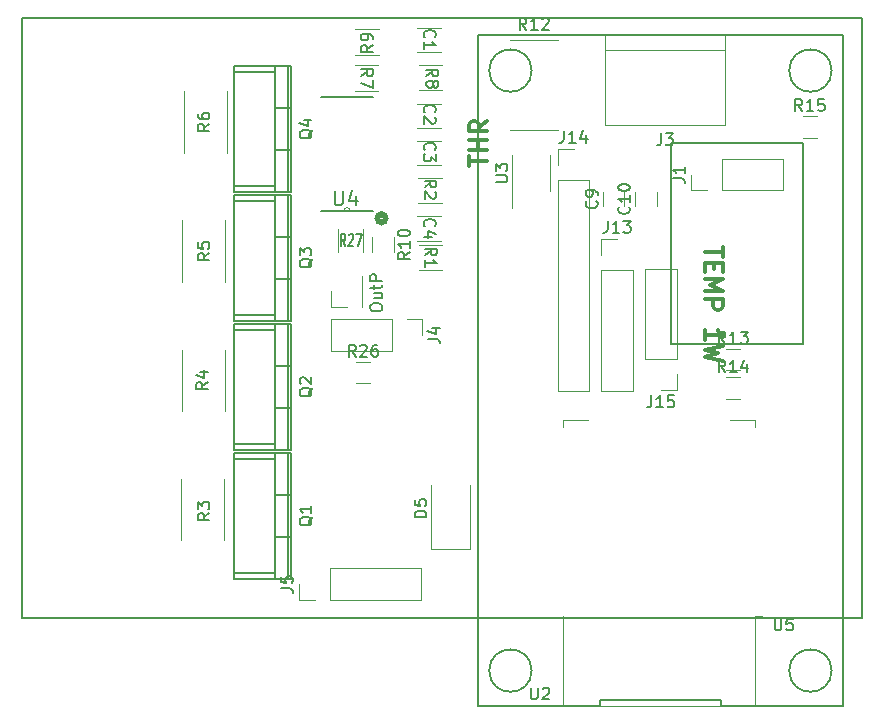
<source format=gbr>
%TF.GenerationSoftware,KiCad,Pcbnew,5.1.5-52549c5~84~ubuntu18.04.1*%
%TF.CreationDate,2020-07-26T00:10:31-03:00*%
%TF.ProjectId,Placa tesis,506c6163-6120-4746-9573-69732e6b6963,rev?*%
%TF.SameCoordinates,Original*%
%TF.FileFunction,Legend,Top*%
%TF.FilePolarity,Positive*%
%FSLAX46Y46*%
G04 Gerber Fmt 4.6, Leading zero omitted, Abs format (unit mm)*
G04 Created by KiCad (PCBNEW 5.1.5-52549c5~84~ubuntu18.04.1) date 2020-07-26 00:10:31*
%MOMM*%
%LPD*%
G04 APERTURE LIST*
%TA.AperFunction,Profile*%
%ADD10C,0.150000*%
%TD*%
%ADD11C,0.300000*%
%ADD12C,0.200000*%
%ADD13C,0.500000*%
%ADD14C,0.120000*%
%ADD15C,0.150000*%
%ADD16C,0.100000*%
%ADD17C,0.152400*%
G04 APERTURE END LIST*
D10*
X82800000Y-91800000D02*
X153900000Y-91800000D01*
D11*
X142130428Y-60363857D02*
X142130428Y-61221000D01*
X140630428Y-60792428D02*
X142130428Y-60792428D01*
X141416142Y-61721000D02*
X141416142Y-62221000D01*
X140630428Y-62435285D02*
X140630428Y-61721000D01*
X142130428Y-61721000D01*
X142130428Y-62435285D01*
X140630428Y-63078142D02*
X142130428Y-63078142D01*
X141059000Y-63578142D01*
X142130428Y-64078142D01*
X140630428Y-64078142D01*
X140630428Y-64792428D02*
X142130428Y-64792428D01*
X142130428Y-65363857D01*
X142059000Y-65506714D01*
X141987571Y-65578142D01*
X141844714Y-65649571D01*
X141630428Y-65649571D01*
X141487571Y-65578142D01*
X141416142Y-65506714D01*
X141344714Y-65363857D01*
X141344714Y-64792428D01*
X140630428Y-68221000D02*
X140630428Y-67363857D01*
X140630428Y-67792428D02*
X142130428Y-67792428D01*
X141916142Y-67649571D01*
X141773285Y-67506714D01*
X141701857Y-67363857D01*
X142130428Y-68721000D02*
X140630428Y-69078142D01*
X141701857Y-69363857D01*
X140630428Y-69649571D01*
X142130428Y-70006714D01*
D12*
X137724000Y-51582000D02*
X137724000Y-68600000D01*
X137724000Y-68600000D02*
X148900000Y-68600000D01*
D10*
X153900000Y-41000000D02*
X153900000Y-91800000D01*
X82800000Y-41000000D02*
X82800000Y-91800000D01*
D13*
X113604710Y-57925500D02*
G75*
G03X113604710Y-57925500I-359210J0D01*
G01*
D11*
X120686071Y-53500785D02*
X120686071Y-52643642D01*
X122186071Y-53072214D02*
X120686071Y-53072214D01*
X122186071Y-52143642D02*
X120686071Y-52143642D01*
X121400357Y-52143642D02*
X121400357Y-51286500D01*
X122186071Y-51286500D02*
X120686071Y-51286500D01*
X122186071Y-49715071D02*
X121471785Y-50215071D01*
X122186071Y-50572214D02*
X120686071Y-50572214D01*
X120686071Y-50000785D01*
X120757500Y-49857928D01*
X120828928Y-49786500D01*
X120971785Y-49715071D01*
X121186071Y-49715071D01*
X121328928Y-49786500D01*
X121400357Y-49857928D01*
X121471785Y-50000785D01*
X121471785Y-50572214D01*
D12*
X148913000Y-51551000D02*
X148913000Y-68569000D01*
X137737000Y-51551000D02*
X148913000Y-51551000D01*
D10*
X82800000Y-41000000D02*
X153900000Y-41000000D01*
D14*
%TO.C,R12*%
X124120000Y-42790000D02*
X128180000Y-42790000D01*
X124120000Y-50410000D02*
X128180000Y-50410000D01*
%TO.C,J4*%
X108970000Y-66470000D02*
X108970000Y-69130000D01*
X114110000Y-66470000D02*
X108970000Y-66470000D01*
X114110000Y-69130000D02*
X108970000Y-69130000D01*
X114110000Y-66470000D02*
X114110000Y-69130000D01*
X115380000Y-66470000D02*
X116710000Y-66470000D01*
X116710000Y-66470000D02*
X116710000Y-67800000D01*
%TO.C,R26*%
X111097936Y-70090000D02*
X112302064Y-70090000D01*
X111097936Y-71910000D02*
X112302064Y-71910000D01*
%TO.C,R15*%
X148897936Y-49290000D02*
X150102064Y-49290000D01*
X148897936Y-51110000D02*
X150102064Y-51110000D01*
%TO.C,J13*%
X131870000Y-72510000D02*
X134530000Y-72510000D01*
X131870000Y-62290000D02*
X131870000Y-72510000D01*
X134530000Y-62290000D02*
X134530000Y-72510000D01*
X131870000Y-62290000D02*
X134530000Y-62290000D01*
X131870000Y-61020000D02*
X131870000Y-59690000D01*
X131870000Y-59690000D02*
X133200000Y-59690000D01*
%TO.C,U3*%
X127510000Y-54100000D02*
X127510000Y-52600000D01*
X127510000Y-54100000D02*
X127510000Y-55600000D01*
X124290000Y-54100000D02*
X124290000Y-52600000D01*
X124290000Y-54100000D02*
X124290000Y-57025000D01*
%TO.C,J14*%
X128170000Y-72510000D02*
X130830000Y-72510000D01*
X128170000Y-54670000D02*
X128170000Y-72510000D01*
X130830000Y-54670000D02*
X130830000Y-72510000D01*
X128170000Y-54670000D02*
X130830000Y-54670000D01*
X128170000Y-53400000D02*
X128170000Y-52070000D01*
X128170000Y-52070000D02*
X129500000Y-52070000D01*
%TO.C,J15*%
X138230000Y-62190000D02*
X135570000Y-62190000D01*
X138230000Y-69870000D02*
X138230000Y-62190000D01*
X135570000Y-69870000D02*
X135570000Y-62190000D01*
X138230000Y-69870000D02*
X135570000Y-69870000D01*
X138230000Y-71140000D02*
X138230000Y-72470000D01*
X138230000Y-72470000D02*
X136900000Y-72470000D01*
D15*
%TO.C,Q4*%
X104192500Y-55161500D02*
X100763500Y-55161500D01*
X104192500Y-45509500D02*
X100763500Y-45509500D01*
X105335500Y-55669500D02*
X105335500Y-45001500D01*
X104319500Y-52113500D02*
X105589500Y-52113500D01*
X104319500Y-48557500D02*
X105589500Y-48557500D01*
X104192500Y-45001500D02*
X104192500Y-55669500D01*
X100763500Y-55669500D02*
X100763500Y-45001500D01*
X105589500Y-45001500D02*
X100763500Y-45001500D01*
X105589500Y-55669500D02*
X100763500Y-55669500D01*
X105589500Y-55669500D02*
X105589500Y-45001500D01*
%TO.C,U2*%
X125957551Y-45420000D02*
G75*
G03X125957551Y-45420000I-1796051J0D01*
G01*
X151357551Y-45420000D02*
G75*
G03X151357551Y-45420000I-1796051J0D01*
G01*
X151357551Y-96220000D02*
G75*
G03X151357551Y-96220000I-1796051J0D01*
G01*
X125957551Y-96220000D02*
G75*
G03X125957551Y-96220000I-1796051J0D01*
G01*
X142011499Y-99200000D02*
X152311499Y-99200000D01*
X142011499Y-98750000D02*
X142011499Y-99200000D01*
X131711500Y-98750000D02*
X142011499Y-98750000D01*
X131711500Y-99200000D02*
X131711500Y-98750000D01*
X121411500Y-99200000D02*
X131711500Y-99200000D01*
X121411501Y-42440000D02*
X121411500Y-99200000D01*
X152311500Y-42440000D02*
X121411501Y-42440000D01*
X152311499Y-99200000D02*
X152311500Y-42440000D01*
D14*
%TO.C,U5*%
X144854500Y-91600000D02*
X145464500Y-91600000D01*
X144854500Y-91600000D02*
X144854500Y-99220000D01*
X144854500Y-74980000D02*
X144854500Y-75600000D01*
X142734500Y-74980000D02*
X144854500Y-74980000D01*
X128614500Y-74980000D02*
X130734500Y-74980000D01*
X128614500Y-75600000D02*
X128614500Y-74980000D01*
X128614500Y-99220000D02*
X128614500Y-91600000D01*
X144854500Y-99220000D02*
X128614500Y-99220000D01*
%TO.C,J1*%
X139455000Y-55548000D02*
X139455000Y-54218000D01*
X140785000Y-55548000D02*
X139455000Y-55548000D01*
X142055000Y-55548000D02*
X142055000Y-52888000D01*
X142055000Y-52888000D02*
X147195000Y-52888000D01*
X142055000Y-55548000D02*
X147195000Y-55548000D01*
X147195000Y-55548000D02*
X147195000Y-52888000D01*
%TO.C,OutP*%
X111630000Y-65430000D02*
X111630000Y-62770000D01*
X111570000Y-65430000D02*
X111630000Y-65430000D01*
X111570000Y-62770000D02*
X111630000Y-62770000D01*
X111570000Y-65430000D02*
X111570000Y-62770000D01*
X110300000Y-65430000D02*
X108970000Y-65430000D01*
X108970000Y-65430000D02*
X108970000Y-64100000D01*
D15*
%TO.C,Q1*%
X105589500Y-88435500D02*
X105589500Y-77767500D01*
X105589500Y-88435500D02*
X100763500Y-88435500D01*
X105589500Y-77767500D02*
X100763500Y-77767500D01*
X100763500Y-88435500D02*
X100763500Y-77767500D01*
X104192500Y-77767500D02*
X104192500Y-88435500D01*
X104319500Y-81323500D02*
X105589500Y-81323500D01*
X104319500Y-84879500D02*
X105589500Y-84879500D01*
X105335500Y-88435500D02*
X105335500Y-77767500D01*
X104192500Y-78275500D02*
X100763500Y-78275500D01*
X104192500Y-87927500D02*
X100763500Y-87927500D01*
D16*
%TO.C,U4*%
X110019700Y-57315900D02*
G75*
G02X110629300Y-57315900I304800J0D01*
G01*
D17*
X110629300Y-57315900D02*
X112534300Y-57315900D01*
X110019700Y-57315900D02*
X110629300Y-57315900D01*
X108114700Y-57315900D02*
X110019700Y-57315900D01*
X112534300Y-47613100D02*
X108114700Y-47613100D01*
D14*
%TO.C,C1*%
X118279020Y-41814020D02*
X116279020Y-41814020D01*
X116279020Y-43854020D02*
X118279020Y-43854020D01*
%TO.C,C2*%
X116279020Y-50255020D02*
X118279020Y-50255020D01*
X118279020Y-48215020D02*
X116279020Y-48215020D01*
%TO.C,C3*%
X118279020Y-51363020D02*
X116279020Y-51363020D01*
X116279020Y-53403020D02*
X118279020Y-53403020D01*
%TO.C,C4*%
X116279020Y-59804020D02*
X118279020Y-59804020D01*
X118279020Y-57764020D02*
X116279020Y-57764020D01*
D15*
%TO.C,Q2*%
X104192500Y-77005500D02*
X100763500Y-77005500D01*
X104192500Y-67353500D02*
X100763500Y-67353500D01*
X105335500Y-77513500D02*
X105335500Y-66845500D01*
X104319500Y-73957500D02*
X105589500Y-73957500D01*
X104319500Y-70401500D02*
X105589500Y-70401500D01*
X104192500Y-66845500D02*
X104192500Y-77513500D01*
X100763500Y-77513500D02*
X100763500Y-66845500D01*
X105589500Y-66845500D02*
X100763500Y-66845500D01*
X105589500Y-77513500D02*
X100763500Y-77513500D01*
X105589500Y-77513500D02*
X105589500Y-66845500D01*
%TO.C,Q3*%
X105589500Y-66591500D02*
X105589500Y-55923500D01*
X105589500Y-66591500D02*
X100763500Y-66591500D01*
X105589500Y-55923500D02*
X100763500Y-55923500D01*
X100763500Y-66591500D02*
X100763500Y-55923500D01*
X104192500Y-55923500D02*
X104192500Y-66591500D01*
X104319500Y-59479500D02*
X105589500Y-59479500D01*
X104319500Y-63035500D02*
X105589500Y-63035500D01*
X105335500Y-66591500D02*
X105335500Y-55923500D01*
X104192500Y-56431500D02*
X100763500Y-56431500D01*
X104192500Y-66083500D02*
X100763500Y-66083500D01*
D14*
%TO.C,R1*%
X116400000Y-60180000D02*
X118400000Y-60180000D01*
X118400000Y-62320000D02*
X116400000Y-62320000D01*
%TO.C,R2*%
X116365720Y-54500920D02*
X118365720Y-54500920D01*
X118365720Y-56640920D02*
X116365720Y-56640920D01*
%TO.C,R7*%
X110965000Y-44981000D02*
X112965000Y-44981000D01*
X112965000Y-47121000D02*
X110965000Y-47121000D01*
%TO.C,R8*%
X118401280Y-47090520D02*
X116401280Y-47090520D01*
X116401280Y-44950520D02*
X118401280Y-44950520D01*
%TO.C,R9*%
X113039000Y-44073000D02*
X111039000Y-44073000D01*
X111039000Y-41933000D02*
X113039000Y-41933000D01*
%TO.C,R3*%
X99916500Y-79993500D02*
X99916500Y-85193500D01*
X96276500Y-85193500D02*
X96276500Y-79993500D01*
%TO.C,R4*%
X96393016Y-74239215D02*
X96393016Y-69039215D01*
X100033016Y-69039215D02*
X100033016Y-74239215D01*
%TO.C,R5*%
X100007615Y-58110079D02*
X100007615Y-63310079D01*
X96367615Y-63310079D02*
X96367615Y-58110079D01*
%TO.C,R6*%
X96483848Y-52363607D02*
X96483848Y-47163607D01*
X100123848Y-47163607D02*
X100123848Y-52363607D01*
%TO.C,R27*%
X109572000Y-60800000D02*
X109572000Y-58800000D01*
X111712000Y-58800000D02*
X111712000Y-60800000D01*
%TO.C,J3*%
X142340000Y-42390000D02*
X132180000Y-42390000D01*
X142340000Y-50010000D02*
X142340000Y-42390000D01*
X132180000Y-50010000D02*
X142340000Y-50010000D01*
X132180000Y-42390000D02*
X132180000Y-50010000D01*
X132180000Y-43660000D02*
X142340000Y-43660000D01*
%TO.C,C9*%
X131990000Y-56902064D02*
X131990000Y-55697936D01*
X133810000Y-56902064D02*
X133810000Y-55697936D01*
%TO.C,C10*%
X136560000Y-56902064D02*
X136560000Y-55697936D01*
X134740000Y-56902064D02*
X134740000Y-55697936D01*
%TO.C,D5*%
X117450000Y-85900000D02*
X120750000Y-85900000D01*
X120750000Y-85900000D02*
X120750000Y-80500000D01*
X117450000Y-85900000D02*
X117450000Y-80500000D01*
%TO.C,R10*%
X112440000Y-59547936D02*
X112440000Y-60752064D01*
X114260000Y-59547936D02*
X114260000Y-60752064D01*
%TO.C,R13*%
X142397936Y-70810000D02*
X143602064Y-70810000D01*
X142397936Y-68990000D02*
X143602064Y-68990000D01*
%TO.C,R14*%
X142397936Y-71390000D02*
X143602064Y-71390000D01*
X142397936Y-73210000D02*
X143602064Y-73210000D01*
%TO.C,J5*%
X116550000Y-90230000D02*
X116550000Y-87570000D01*
X108870000Y-90230000D02*
X116550000Y-90230000D01*
X108870000Y-87570000D02*
X116550000Y-87570000D01*
X108870000Y-90230000D02*
X108870000Y-87570000D01*
X107600000Y-90230000D02*
X106270000Y-90230000D01*
X106270000Y-90230000D02*
X106270000Y-88900000D01*
%TD*%
%TO.C,R12*%
D15*
X125507142Y-41972380D02*
X125173809Y-41496190D01*
X124935714Y-41972380D02*
X124935714Y-40972380D01*
X125316666Y-40972380D01*
X125411904Y-41020000D01*
X125459523Y-41067619D01*
X125507142Y-41162857D01*
X125507142Y-41305714D01*
X125459523Y-41400952D01*
X125411904Y-41448571D01*
X125316666Y-41496190D01*
X124935714Y-41496190D01*
X126459523Y-41972380D02*
X125888095Y-41972380D01*
X126173809Y-41972380D02*
X126173809Y-40972380D01*
X126078571Y-41115238D01*
X125983333Y-41210476D01*
X125888095Y-41258095D01*
X126840476Y-41067619D02*
X126888095Y-41020000D01*
X126983333Y-40972380D01*
X127221428Y-40972380D01*
X127316666Y-41020000D01*
X127364285Y-41067619D01*
X127411904Y-41162857D01*
X127411904Y-41258095D01*
X127364285Y-41400952D01*
X126792857Y-41972380D01*
X127411904Y-41972380D01*
%TO.C,J4*%
X117162380Y-68133333D02*
X117876666Y-68133333D01*
X118019523Y-68180952D01*
X118114761Y-68276190D01*
X118162380Y-68419047D01*
X118162380Y-68514285D01*
X117495714Y-67228571D02*
X118162380Y-67228571D01*
X117114761Y-67466666D02*
X117829047Y-67704761D01*
X117829047Y-67085714D01*
%TO.C,R26*%
X111057142Y-69632380D02*
X110723809Y-69156190D01*
X110485714Y-69632380D02*
X110485714Y-68632380D01*
X110866666Y-68632380D01*
X110961904Y-68680000D01*
X111009523Y-68727619D01*
X111057142Y-68822857D01*
X111057142Y-68965714D01*
X111009523Y-69060952D01*
X110961904Y-69108571D01*
X110866666Y-69156190D01*
X110485714Y-69156190D01*
X111438095Y-68727619D02*
X111485714Y-68680000D01*
X111580952Y-68632380D01*
X111819047Y-68632380D01*
X111914285Y-68680000D01*
X111961904Y-68727619D01*
X112009523Y-68822857D01*
X112009523Y-68918095D01*
X111961904Y-69060952D01*
X111390476Y-69632380D01*
X112009523Y-69632380D01*
X112866666Y-68632380D02*
X112676190Y-68632380D01*
X112580952Y-68680000D01*
X112533333Y-68727619D01*
X112438095Y-68870476D01*
X112390476Y-69060952D01*
X112390476Y-69441904D01*
X112438095Y-69537142D01*
X112485714Y-69584761D01*
X112580952Y-69632380D01*
X112771428Y-69632380D01*
X112866666Y-69584761D01*
X112914285Y-69537142D01*
X112961904Y-69441904D01*
X112961904Y-69203809D01*
X112914285Y-69108571D01*
X112866666Y-69060952D01*
X112771428Y-69013333D01*
X112580952Y-69013333D01*
X112485714Y-69060952D01*
X112438095Y-69108571D01*
X112390476Y-69203809D01*
%TO.C,R15*%
X148857142Y-48832380D02*
X148523809Y-48356190D01*
X148285714Y-48832380D02*
X148285714Y-47832380D01*
X148666666Y-47832380D01*
X148761904Y-47880000D01*
X148809523Y-47927619D01*
X148857142Y-48022857D01*
X148857142Y-48165714D01*
X148809523Y-48260952D01*
X148761904Y-48308571D01*
X148666666Y-48356190D01*
X148285714Y-48356190D01*
X149809523Y-48832380D02*
X149238095Y-48832380D01*
X149523809Y-48832380D02*
X149523809Y-47832380D01*
X149428571Y-47975238D01*
X149333333Y-48070476D01*
X149238095Y-48118095D01*
X150714285Y-47832380D02*
X150238095Y-47832380D01*
X150190476Y-48308571D01*
X150238095Y-48260952D01*
X150333333Y-48213333D01*
X150571428Y-48213333D01*
X150666666Y-48260952D01*
X150714285Y-48308571D01*
X150761904Y-48403809D01*
X150761904Y-48641904D01*
X150714285Y-48737142D01*
X150666666Y-48784761D01*
X150571428Y-48832380D01*
X150333333Y-48832380D01*
X150238095Y-48784761D01*
X150190476Y-48737142D01*
%TO.C,J13*%
X132390476Y-58142380D02*
X132390476Y-58856666D01*
X132342857Y-58999523D01*
X132247619Y-59094761D01*
X132104761Y-59142380D01*
X132009523Y-59142380D01*
X133390476Y-59142380D02*
X132819047Y-59142380D01*
X133104761Y-59142380D02*
X133104761Y-58142380D01*
X133009523Y-58285238D01*
X132914285Y-58380476D01*
X132819047Y-58428095D01*
X133723809Y-58142380D02*
X134342857Y-58142380D01*
X134009523Y-58523333D01*
X134152380Y-58523333D01*
X134247619Y-58570952D01*
X134295238Y-58618571D01*
X134342857Y-58713809D01*
X134342857Y-58951904D01*
X134295238Y-59047142D01*
X134247619Y-59094761D01*
X134152380Y-59142380D01*
X133866666Y-59142380D01*
X133771428Y-59094761D01*
X133723809Y-59047142D01*
%TO.C,U3*%
X122902380Y-54861904D02*
X123711904Y-54861904D01*
X123807142Y-54814285D01*
X123854761Y-54766666D01*
X123902380Y-54671428D01*
X123902380Y-54480952D01*
X123854761Y-54385714D01*
X123807142Y-54338095D01*
X123711904Y-54290476D01*
X122902380Y-54290476D01*
X122902380Y-53909523D02*
X122902380Y-53290476D01*
X123283333Y-53623809D01*
X123283333Y-53480952D01*
X123330952Y-53385714D01*
X123378571Y-53338095D01*
X123473809Y-53290476D01*
X123711904Y-53290476D01*
X123807142Y-53338095D01*
X123854761Y-53385714D01*
X123902380Y-53480952D01*
X123902380Y-53766666D01*
X123854761Y-53861904D01*
X123807142Y-53909523D01*
%TO.C,J14*%
X128690476Y-50522380D02*
X128690476Y-51236666D01*
X128642857Y-51379523D01*
X128547619Y-51474761D01*
X128404761Y-51522380D01*
X128309523Y-51522380D01*
X129690476Y-51522380D02*
X129119047Y-51522380D01*
X129404761Y-51522380D02*
X129404761Y-50522380D01*
X129309523Y-50665238D01*
X129214285Y-50760476D01*
X129119047Y-50808095D01*
X130547619Y-50855714D02*
X130547619Y-51522380D01*
X130309523Y-50474761D02*
X130071428Y-51189047D01*
X130690476Y-51189047D01*
%TO.C,J15*%
X136090476Y-72922380D02*
X136090476Y-73636666D01*
X136042857Y-73779523D01*
X135947619Y-73874761D01*
X135804761Y-73922380D01*
X135709523Y-73922380D01*
X137090476Y-73922380D02*
X136519047Y-73922380D01*
X136804761Y-73922380D02*
X136804761Y-72922380D01*
X136709523Y-73065238D01*
X136614285Y-73160476D01*
X136519047Y-73208095D01*
X137995238Y-72922380D02*
X137519047Y-72922380D01*
X137471428Y-73398571D01*
X137519047Y-73350952D01*
X137614285Y-73303333D01*
X137852380Y-73303333D01*
X137947619Y-73350952D01*
X137995238Y-73398571D01*
X138042857Y-73493809D01*
X138042857Y-73731904D01*
X137995238Y-73827142D01*
X137947619Y-73874761D01*
X137852380Y-73922380D01*
X137614285Y-73922380D01*
X137519047Y-73874761D01*
X137471428Y-73827142D01*
%TO.C,Q4*%
X107407119Y-50430738D02*
X107359500Y-50525976D01*
X107264261Y-50621214D01*
X107121404Y-50764071D01*
X107073785Y-50859309D01*
X107073785Y-50954547D01*
X107311880Y-50906928D02*
X107264261Y-51002166D01*
X107169023Y-51097404D01*
X106978547Y-51145023D01*
X106645214Y-51145023D01*
X106454738Y-51097404D01*
X106359500Y-51002166D01*
X106311880Y-50906928D01*
X106311880Y-50716452D01*
X106359500Y-50621214D01*
X106454738Y-50525976D01*
X106645214Y-50478357D01*
X106978547Y-50478357D01*
X107169023Y-50525976D01*
X107264261Y-50621214D01*
X107311880Y-50716452D01*
X107311880Y-50906928D01*
X106645214Y-49621214D02*
X107311880Y-49621214D01*
X106264261Y-49859309D02*
X106978547Y-50097404D01*
X106978547Y-49478357D01*
%TO.C,U2*%
X125886298Y-97660060D02*
X125886298Y-98469584D01*
X125933917Y-98564822D01*
X125981536Y-98612441D01*
X126076774Y-98660060D01*
X126267250Y-98660060D01*
X126362488Y-98612441D01*
X126410107Y-98564822D01*
X126457726Y-98469584D01*
X126457726Y-97660060D01*
X126886298Y-97755299D02*
X126933917Y-97707680D01*
X127029155Y-97660060D01*
X127267250Y-97660060D01*
X127362488Y-97707680D01*
X127410107Y-97755299D01*
X127457726Y-97850537D01*
X127457726Y-97945775D01*
X127410107Y-98088632D01*
X126838679Y-98660060D01*
X127457726Y-98660060D01*
%TO.C,U5*%
X146532595Y-91812380D02*
X146532595Y-92621904D01*
X146580214Y-92717142D01*
X146627833Y-92764761D01*
X146723071Y-92812380D01*
X146913547Y-92812380D01*
X147008785Y-92764761D01*
X147056404Y-92717142D01*
X147104023Y-92621904D01*
X147104023Y-91812380D01*
X148056404Y-91812380D02*
X147580214Y-91812380D01*
X147532595Y-92288571D01*
X147580214Y-92240952D01*
X147675452Y-92193333D01*
X147913547Y-92193333D01*
X148008785Y-92240952D01*
X148056404Y-92288571D01*
X148104023Y-92383809D01*
X148104023Y-92621904D01*
X148056404Y-92717142D01*
X148008785Y-92764761D01*
X147913547Y-92812380D01*
X147675452Y-92812380D01*
X147580214Y-92764761D01*
X147532595Y-92717142D01*
%TO.C,J1*%
X137907380Y-54551333D02*
X138621666Y-54551333D01*
X138764523Y-54598952D01*
X138859761Y-54694190D01*
X138907380Y-54837047D01*
X138907380Y-54932285D01*
X138907380Y-53551333D02*
X138907380Y-54122761D01*
X138907380Y-53837047D02*
X137907380Y-53837047D01*
X138050238Y-53932285D01*
X138145476Y-54027523D01*
X138193095Y-54122761D01*
%TO.C,OutP*%
X112292380Y-65560333D02*
X112292380Y-65369857D01*
X112340000Y-65274619D01*
X112435238Y-65179380D01*
X112625714Y-65131761D01*
X112959047Y-65131761D01*
X113149523Y-65179380D01*
X113244761Y-65274619D01*
X113292380Y-65369857D01*
X113292380Y-65560333D01*
X113244761Y-65655571D01*
X113149523Y-65750809D01*
X112959047Y-65798428D01*
X112625714Y-65798428D01*
X112435238Y-65750809D01*
X112340000Y-65655571D01*
X112292380Y-65560333D01*
X112625714Y-64274619D02*
X113292380Y-64274619D01*
X112625714Y-64703190D02*
X113149523Y-64703190D01*
X113244761Y-64655571D01*
X113292380Y-64560333D01*
X113292380Y-64417476D01*
X113244761Y-64322238D01*
X113197142Y-64274619D01*
X112625714Y-63941285D02*
X112625714Y-63560333D01*
X112292380Y-63798428D02*
X113149523Y-63798428D01*
X113244761Y-63750809D01*
X113292380Y-63655571D01*
X113292380Y-63560333D01*
X113292380Y-63227000D02*
X112292380Y-63227000D01*
X112292380Y-62846047D01*
X112340000Y-62750809D01*
X112387619Y-62703190D01*
X112482857Y-62655571D01*
X112625714Y-62655571D01*
X112720952Y-62703190D01*
X112768571Y-62750809D01*
X112816190Y-62846047D01*
X112816190Y-63227000D01*
%TO.C,Q1*%
X107407119Y-83196738D02*
X107359500Y-83291976D01*
X107264261Y-83387214D01*
X107121404Y-83530071D01*
X107073785Y-83625309D01*
X107073785Y-83720547D01*
X107311880Y-83672928D02*
X107264261Y-83768166D01*
X107169023Y-83863404D01*
X106978547Y-83911023D01*
X106645214Y-83911023D01*
X106454738Y-83863404D01*
X106359500Y-83768166D01*
X106311880Y-83672928D01*
X106311880Y-83482452D01*
X106359500Y-83387214D01*
X106454738Y-83291976D01*
X106645214Y-83244357D01*
X106978547Y-83244357D01*
X107169023Y-83291976D01*
X107264261Y-83387214D01*
X107311880Y-83482452D01*
X107311880Y-83672928D01*
X107311880Y-82291976D02*
X107311880Y-82863404D01*
X107311880Y-82577690D02*
X106311880Y-82577690D01*
X106454738Y-82672928D01*
X106549976Y-82768166D01*
X106597595Y-82863404D01*
%TO.C,U4*%
D12*
X109283214Y-55617357D02*
X109283214Y-56588785D01*
X109340357Y-56703071D01*
X109397500Y-56760214D01*
X109511785Y-56817357D01*
X109740357Y-56817357D01*
X109854642Y-56760214D01*
X109911785Y-56703071D01*
X109968928Y-56588785D01*
X109968928Y-55617357D01*
X111054642Y-56017357D02*
X111054642Y-56817357D01*
X110768928Y-55560214D02*
X110483214Y-56417357D01*
X111226071Y-56417357D01*
%TO.C,C1*%
D15*
X116921877Y-42615353D02*
X116874258Y-42567734D01*
X116826639Y-42424877D01*
X116826639Y-42329639D01*
X116874258Y-42186781D01*
X116969496Y-42091543D01*
X117064734Y-42043924D01*
X117255210Y-41996305D01*
X117398067Y-41996305D01*
X117588543Y-42043924D01*
X117683781Y-42091543D01*
X117779020Y-42186781D01*
X117826639Y-42329639D01*
X117826639Y-42424877D01*
X117779020Y-42567734D01*
X117731400Y-42615353D01*
X116826639Y-43567734D02*
X116826639Y-42996305D01*
X116826639Y-43282020D02*
X117826639Y-43282020D01*
X117683781Y-43186781D01*
X117588543Y-43091543D01*
X117540924Y-42996305D01*
%TO.C,C2*%
X116921877Y-48965353D02*
X116874258Y-48917734D01*
X116826639Y-48774877D01*
X116826639Y-48679639D01*
X116874258Y-48536781D01*
X116969496Y-48441543D01*
X117064734Y-48393924D01*
X117255210Y-48346305D01*
X117398067Y-48346305D01*
X117588543Y-48393924D01*
X117683781Y-48441543D01*
X117779020Y-48536781D01*
X117826639Y-48679639D01*
X117826639Y-48774877D01*
X117779020Y-48917734D01*
X117731400Y-48965353D01*
X117731400Y-49346305D02*
X117779020Y-49393924D01*
X117826639Y-49489162D01*
X117826639Y-49727258D01*
X117779020Y-49822496D01*
X117731400Y-49870115D01*
X117636162Y-49917734D01*
X117540924Y-49917734D01*
X117398067Y-49870115D01*
X116826639Y-49298686D01*
X116826639Y-49917734D01*
%TO.C,C3*%
X116921877Y-52140353D02*
X116874258Y-52092734D01*
X116826639Y-51949877D01*
X116826639Y-51854639D01*
X116874258Y-51711781D01*
X116969496Y-51616543D01*
X117064734Y-51568924D01*
X117255210Y-51521305D01*
X117398067Y-51521305D01*
X117588543Y-51568924D01*
X117683781Y-51616543D01*
X117779020Y-51711781D01*
X117826639Y-51854639D01*
X117826639Y-51949877D01*
X117779020Y-52092734D01*
X117731400Y-52140353D01*
X117826639Y-52473686D02*
X117826639Y-53092734D01*
X117445686Y-52759400D01*
X117445686Y-52902258D01*
X117398067Y-52997496D01*
X117350448Y-53045115D01*
X117255210Y-53092734D01*
X117017115Y-53092734D01*
X116921877Y-53045115D01*
X116874258Y-52997496D01*
X116826639Y-52902258D01*
X116826639Y-52616543D01*
X116874258Y-52521305D01*
X116921877Y-52473686D01*
%TO.C,C4*%
X116921877Y-58617353D02*
X116874258Y-58569734D01*
X116826639Y-58426877D01*
X116826639Y-58331639D01*
X116874258Y-58188781D01*
X116969496Y-58093543D01*
X117064734Y-58045924D01*
X117255210Y-57998305D01*
X117398067Y-57998305D01*
X117588543Y-58045924D01*
X117683781Y-58093543D01*
X117779020Y-58188781D01*
X117826639Y-58331639D01*
X117826639Y-58426877D01*
X117779020Y-58569734D01*
X117731400Y-58617353D01*
X117493305Y-59474496D02*
X116826639Y-59474496D01*
X117874258Y-59236400D02*
X117159972Y-58998305D01*
X117159972Y-59617353D01*
%TO.C,Q2*%
X107407119Y-72274738D02*
X107359500Y-72369976D01*
X107264261Y-72465214D01*
X107121404Y-72608071D01*
X107073785Y-72703309D01*
X107073785Y-72798547D01*
X107311880Y-72750928D02*
X107264261Y-72846166D01*
X107169023Y-72941404D01*
X106978547Y-72989023D01*
X106645214Y-72989023D01*
X106454738Y-72941404D01*
X106359500Y-72846166D01*
X106311880Y-72750928D01*
X106311880Y-72560452D01*
X106359500Y-72465214D01*
X106454738Y-72369976D01*
X106645214Y-72322357D01*
X106978547Y-72322357D01*
X107169023Y-72369976D01*
X107264261Y-72465214D01*
X107311880Y-72560452D01*
X107311880Y-72750928D01*
X106407119Y-71941404D02*
X106359500Y-71893785D01*
X106311880Y-71798547D01*
X106311880Y-71560452D01*
X106359500Y-71465214D01*
X106407119Y-71417595D01*
X106502357Y-71369976D01*
X106597595Y-71369976D01*
X106740452Y-71417595D01*
X107311880Y-71989023D01*
X107311880Y-71369976D01*
%TO.C,Q3*%
X107407119Y-61352738D02*
X107359500Y-61447976D01*
X107264261Y-61543214D01*
X107121404Y-61686071D01*
X107073785Y-61781309D01*
X107073785Y-61876547D01*
X107311880Y-61828928D02*
X107264261Y-61924166D01*
X107169023Y-62019404D01*
X106978547Y-62067023D01*
X106645214Y-62067023D01*
X106454738Y-62019404D01*
X106359500Y-61924166D01*
X106311880Y-61828928D01*
X106311880Y-61638452D01*
X106359500Y-61543214D01*
X106454738Y-61447976D01*
X106645214Y-61400357D01*
X106978547Y-61400357D01*
X107169023Y-61447976D01*
X107264261Y-61543214D01*
X107311880Y-61638452D01*
X107311880Y-61828928D01*
X106311880Y-61067023D02*
X106311880Y-60447976D01*
X106692833Y-60781309D01*
X106692833Y-60638452D01*
X106740452Y-60543214D01*
X106788071Y-60495595D01*
X106883309Y-60447976D01*
X107121404Y-60447976D01*
X107216642Y-60495595D01*
X107264261Y-60543214D01*
X107311880Y-60638452D01*
X107311880Y-60924166D01*
X107264261Y-61019404D01*
X107216642Y-61067023D01*
%TO.C,R1*%
X116920619Y-61054333D02*
X117396809Y-60721000D01*
X116920619Y-60482904D02*
X117920619Y-60482904D01*
X117920619Y-60863857D01*
X117873000Y-60959095D01*
X117825380Y-61006714D01*
X117730142Y-61054333D01*
X117587285Y-61054333D01*
X117492047Y-61006714D01*
X117444428Y-60959095D01*
X117396809Y-60863857D01*
X117396809Y-60482904D01*
X116920619Y-62006714D02*
X116920619Y-61435285D01*
X116920619Y-61721000D02*
X117920619Y-61721000D01*
X117777761Y-61625761D01*
X117682523Y-61530523D01*
X117634904Y-61435285D01*
%TO.C,R2*%
X116886339Y-55300253D02*
X117362529Y-54966920D01*
X116886339Y-54728824D02*
X117886339Y-54728824D01*
X117886339Y-55109777D01*
X117838720Y-55205015D01*
X117791100Y-55252634D01*
X117695862Y-55300253D01*
X117553005Y-55300253D01*
X117457767Y-55252634D01*
X117410148Y-55205015D01*
X117362529Y-55109777D01*
X117362529Y-54728824D01*
X117791100Y-55681205D02*
X117838720Y-55728824D01*
X117886339Y-55824062D01*
X117886339Y-56062158D01*
X117838720Y-56157396D01*
X117791100Y-56205015D01*
X117695862Y-56252634D01*
X117600624Y-56252634D01*
X117457767Y-56205015D01*
X116886339Y-55633586D01*
X116886339Y-56252634D01*
%TO.C,R7*%
X111512619Y-45884333D02*
X111988809Y-45551000D01*
X111512619Y-45312904D02*
X112512619Y-45312904D01*
X112512619Y-45693857D01*
X112465000Y-45789095D01*
X112417380Y-45836714D01*
X112322142Y-45884333D01*
X112179285Y-45884333D01*
X112084047Y-45836714D01*
X112036428Y-45789095D01*
X111988809Y-45693857D01*
X111988809Y-45312904D01*
X112512619Y-46217666D02*
X112512619Y-46884333D01*
X111512619Y-46455761D01*
%TO.C,R8*%
X117048899Y-45900853D02*
X117525089Y-45567520D01*
X117048899Y-45329424D02*
X118048899Y-45329424D01*
X118048899Y-45710377D01*
X118001280Y-45805615D01*
X117953660Y-45853234D01*
X117858422Y-45900853D01*
X117715565Y-45900853D01*
X117620327Y-45853234D01*
X117572708Y-45805615D01*
X117525089Y-45710377D01*
X117525089Y-45329424D01*
X117620327Y-46472281D02*
X117667946Y-46377043D01*
X117715565Y-46329424D01*
X117810803Y-46281805D01*
X117858422Y-46281805D01*
X117953660Y-46329424D01*
X118001280Y-46377043D01*
X118048899Y-46472281D01*
X118048899Y-46662758D01*
X118001280Y-46757996D01*
X117953660Y-46805615D01*
X117858422Y-46853234D01*
X117810803Y-46853234D01*
X117715565Y-46805615D01*
X117667946Y-46757996D01*
X117620327Y-46662758D01*
X117620327Y-46472281D01*
X117572708Y-46377043D01*
X117525089Y-46329424D01*
X117429851Y-46281805D01*
X117239375Y-46281805D01*
X117144137Y-46329424D01*
X117096518Y-46377043D01*
X117048899Y-46472281D01*
X117048899Y-46662758D01*
X117096518Y-46757996D01*
X117144137Y-46805615D01*
X117239375Y-46853234D01*
X117429851Y-46853234D01*
X117525089Y-46805615D01*
X117572708Y-46757996D01*
X117620327Y-46662758D01*
%TO.C,R9*%
X112491380Y-43251080D02*
X112015190Y-43584414D01*
X112491380Y-43822509D02*
X111491380Y-43822509D01*
X111491380Y-43441556D01*
X111539000Y-43346318D01*
X111586619Y-43298699D01*
X111681857Y-43251080D01*
X111824714Y-43251080D01*
X111919952Y-43298699D01*
X111967571Y-43346318D01*
X112015190Y-43441556D01*
X112015190Y-43822509D01*
X112491380Y-42774890D02*
X112491380Y-42584414D01*
X112443761Y-42489175D01*
X112396142Y-42441556D01*
X112253285Y-42346318D01*
X112062809Y-42298699D01*
X111681857Y-42298699D01*
X111586619Y-42346318D01*
X111539000Y-42393937D01*
X111491380Y-42489175D01*
X111491380Y-42679652D01*
X111539000Y-42774890D01*
X111586619Y-42822509D01*
X111681857Y-42870128D01*
X111919952Y-42870128D01*
X112015190Y-42822509D01*
X112062809Y-42774890D01*
X112110428Y-42679652D01*
X112110428Y-42489175D01*
X112062809Y-42393937D01*
X112015190Y-42346318D01*
X111919952Y-42298699D01*
%TO.C,R3*%
X98675880Y-82887166D02*
X98199690Y-83220500D01*
X98675880Y-83458595D02*
X97675880Y-83458595D01*
X97675880Y-83077642D01*
X97723500Y-82982404D01*
X97771119Y-82934785D01*
X97866357Y-82887166D01*
X98009214Y-82887166D01*
X98104452Y-82934785D01*
X98152071Y-82982404D01*
X98199690Y-83077642D01*
X98199690Y-83458595D01*
X97675880Y-82553833D02*
X97675880Y-81934785D01*
X98056833Y-82268119D01*
X98056833Y-82125261D01*
X98104452Y-82030023D01*
X98152071Y-81982404D01*
X98247309Y-81934785D01*
X98485404Y-81934785D01*
X98580642Y-81982404D01*
X98628261Y-82030023D01*
X98675880Y-82125261D01*
X98675880Y-82410976D01*
X98628261Y-82506214D01*
X98580642Y-82553833D01*
%TO.C,R4*%
X98548880Y-71805881D02*
X98072690Y-72139215D01*
X98548880Y-72377310D02*
X97548880Y-72377310D01*
X97548880Y-71996357D01*
X97596500Y-71901119D01*
X97644119Y-71853500D01*
X97739357Y-71805881D01*
X97882214Y-71805881D01*
X97977452Y-71853500D01*
X98025071Y-71901119D01*
X98072690Y-71996357D01*
X98072690Y-72377310D01*
X97882214Y-70948738D02*
X98548880Y-70948738D01*
X97501261Y-71186834D02*
X98215547Y-71424929D01*
X98215547Y-70805881D01*
%TO.C,R5*%
X98675880Y-60876745D02*
X98199690Y-61210079D01*
X98675880Y-61448174D02*
X97675880Y-61448174D01*
X97675880Y-61067221D01*
X97723500Y-60971983D01*
X97771119Y-60924364D01*
X97866357Y-60876745D01*
X98009214Y-60876745D01*
X98104452Y-60924364D01*
X98152071Y-60971983D01*
X98199690Y-61067221D01*
X98199690Y-61448174D01*
X97675880Y-59971983D02*
X97675880Y-60448174D01*
X98152071Y-60495793D01*
X98104452Y-60448174D01*
X98056833Y-60352936D01*
X98056833Y-60114840D01*
X98104452Y-60019602D01*
X98152071Y-59971983D01*
X98247309Y-59924364D01*
X98485404Y-59924364D01*
X98580642Y-59971983D01*
X98628261Y-60019602D01*
X98675880Y-60114840D01*
X98675880Y-60352936D01*
X98628261Y-60448174D01*
X98580642Y-60495793D01*
%TO.C,R6*%
X98675880Y-49930273D02*
X98199690Y-50263607D01*
X98675880Y-50501702D02*
X97675880Y-50501702D01*
X97675880Y-50120749D01*
X97723500Y-50025511D01*
X97771119Y-49977892D01*
X97866357Y-49930273D01*
X98009214Y-49930273D01*
X98104452Y-49977892D01*
X98152071Y-50025511D01*
X98199690Y-50120749D01*
X98199690Y-50501702D01*
X97675880Y-49073130D02*
X97675880Y-49263607D01*
X97723500Y-49358845D01*
X97771119Y-49406464D01*
X97913976Y-49501702D01*
X98104452Y-49549321D01*
X98485404Y-49549321D01*
X98580642Y-49501702D01*
X98628261Y-49454083D01*
X98675880Y-49358845D01*
X98675880Y-49168368D01*
X98628261Y-49073130D01*
X98580642Y-49025511D01*
X98485404Y-48977892D01*
X98247309Y-48977892D01*
X98152071Y-49025511D01*
X98104452Y-49073130D01*
X98056833Y-49168368D01*
X98056833Y-49358845D01*
X98104452Y-49454083D01*
X98152071Y-49501702D01*
X98247309Y-49549321D01*
%TO.C,R27*%
X110192000Y-60252380D02*
X109958666Y-59776190D01*
X109792000Y-60252380D02*
X109792000Y-59252380D01*
X110058666Y-59252380D01*
X110125333Y-59300000D01*
X110158666Y-59347619D01*
X110192000Y-59442857D01*
X110192000Y-59585714D01*
X110158666Y-59680952D01*
X110125333Y-59728571D01*
X110058666Y-59776190D01*
X109792000Y-59776190D01*
X110458666Y-59347619D02*
X110492000Y-59300000D01*
X110558666Y-59252380D01*
X110725333Y-59252380D01*
X110792000Y-59300000D01*
X110825333Y-59347619D01*
X110858666Y-59442857D01*
X110858666Y-59538095D01*
X110825333Y-59680952D01*
X110425333Y-60252380D01*
X110858666Y-60252380D01*
X111092000Y-59252380D02*
X111558666Y-59252380D01*
X111258666Y-60252380D01*
%TO.C,J3*%
X136926666Y-50732380D02*
X136926666Y-51446666D01*
X136879047Y-51589523D01*
X136783809Y-51684761D01*
X136640952Y-51732380D01*
X136545714Y-51732380D01*
X137307619Y-50732380D02*
X137926666Y-50732380D01*
X137593333Y-51113333D01*
X137736190Y-51113333D01*
X137831428Y-51160952D01*
X137879047Y-51208571D01*
X137926666Y-51303809D01*
X137926666Y-51541904D01*
X137879047Y-51637142D01*
X137831428Y-51684761D01*
X137736190Y-51732380D01*
X137450476Y-51732380D01*
X137355238Y-51684761D01*
X137307619Y-51637142D01*
%TO.C,C9*%
X131437142Y-56466666D02*
X131484761Y-56514285D01*
X131532380Y-56657142D01*
X131532380Y-56752380D01*
X131484761Y-56895238D01*
X131389523Y-56990476D01*
X131294285Y-57038095D01*
X131103809Y-57085714D01*
X130960952Y-57085714D01*
X130770476Y-57038095D01*
X130675238Y-56990476D01*
X130580000Y-56895238D01*
X130532380Y-56752380D01*
X130532380Y-56657142D01*
X130580000Y-56514285D01*
X130627619Y-56466666D01*
X131532380Y-55990476D02*
X131532380Y-55800000D01*
X131484761Y-55704761D01*
X131437142Y-55657142D01*
X131294285Y-55561904D01*
X131103809Y-55514285D01*
X130722857Y-55514285D01*
X130627619Y-55561904D01*
X130580000Y-55609523D01*
X130532380Y-55704761D01*
X130532380Y-55895238D01*
X130580000Y-55990476D01*
X130627619Y-56038095D01*
X130722857Y-56085714D01*
X130960952Y-56085714D01*
X131056190Y-56038095D01*
X131103809Y-55990476D01*
X131151428Y-55895238D01*
X131151428Y-55704761D01*
X131103809Y-55609523D01*
X131056190Y-55561904D01*
X130960952Y-55514285D01*
%TO.C,C10*%
X134187142Y-56942857D02*
X134234761Y-56990476D01*
X134282380Y-57133333D01*
X134282380Y-57228571D01*
X134234761Y-57371428D01*
X134139523Y-57466666D01*
X134044285Y-57514285D01*
X133853809Y-57561904D01*
X133710952Y-57561904D01*
X133520476Y-57514285D01*
X133425238Y-57466666D01*
X133330000Y-57371428D01*
X133282380Y-57228571D01*
X133282380Y-57133333D01*
X133330000Y-56990476D01*
X133377619Y-56942857D01*
X134282380Y-55990476D02*
X134282380Y-56561904D01*
X134282380Y-56276190D02*
X133282380Y-56276190D01*
X133425238Y-56371428D01*
X133520476Y-56466666D01*
X133568095Y-56561904D01*
X133282380Y-55371428D02*
X133282380Y-55276190D01*
X133330000Y-55180952D01*
X133377619Y-55133333D01*
X133472857Y-55085714D01*
X133663333Y-55038095D01*
X133901428Y-55038095D01*
X134091904Y-55085714D01*
X134187142Y-55133333D01*
X134234761Y-55180952D01*
X134282380Y-55276190D01*
X134282380Y-55371428D01*
X134234761Y-55466666D01*
X134187142Y-55514285D01*
X134091904Y-55561904D01*
X133901428Y-55609523D01*
X133663333Y-55609523D01*
X133472857Y-55561904D01*
X133377619Y-55514285D01*
X133330000Y-55466666D01*
X133282380Y-55371428D01*
%TO.C,D5*%
X117052380Y-83238095D02*
X116052380Y-83238095D01*
X116052380Y-83000000D01*
X116100000Y-82857142D01*
X116195238Y-82761904D01*
X116290476Y-82714285D01*
X116480952Y-82666666D01*
X116623809Y-82666666D01*
X116814285Y-82714285D01*
X116909523Y-82761904D01*
X117004761Y-82857142D01*
X117052380Y-83000000D01*
X117052380Y-83238095D01*
X116052380Y-81761904D02*
X116052380Y-82238095D01*
X116528571Y-82285714D01*
X116480952Y-82238095D01*
X116433333Y-82142857D01*
X116433333Y-81904761D01*
X116480952Y-81809523D01*
X116528571Y-81761904D01*
X116623809Y-81714285D01*
X116861904Y-81714285D01*
X116957142Y-81761904D01*
X117004761Y-81809523D01*
X117052380Y-81904761D01*
X117052380Y-82142857D01*
X117004761Y-82238095D01*
X116957142Y-82285714D01*
%TO.C,R10*%
X115622380Y-60792857D02*
X115146190Y-61126190D01*
X115622380Y-61364285D02*
X114622380Y-61364285D01*
X114622380Y-60983333D01*
X114670000Y-60888095D01*
X114717619Y-60840476D01*
X114812857Y-60792857D01*
X114955714Y-60792857D01*
X115050952Y-60840476D01*
X115098571Y-60888095D01*
X115146190Y-60983333D01*
X115146190Y-61364285D01*
X115622380Y-59840476D02*
X115622380Y-60411904D01*
X115622380Y-60126190D02*
X114622380Y-60126190D01*
X114765238Y-60221428D01*
X114860476Y-60316666D01*
X114908095Y-60411904D01*
X114622380Y-59221428D02*
X114622380Y-59126190D01*
X114670000Y-59030952D01*
X114717619Y-58983333D01*
X114812857Y-58935714D01*
X115003333Y-58888095D01*
X115241428Y-58888095D01*
X115431904Y-58935714D01*
X115527142Y-58983333D01*
X115574761Y-59030952D01*
X115622380Y-59126190D01*
X115622380Y-59221428D01*
X115574761Y-59316666D01*
X115527142Y-59364285D01*
X115431904Y-59411904D01*
X115241428Y-59459523D01*
X115003333Y-59459523D01*
X114812857Y-59411904D01*
X114717619Y-59364285D01*
X114670000Y-59316666D01*
X114622380Y-59221428D01*
%TO.C,R13*%
X142357142Y-68532380D02*
X142023809Y-68056190D01*
X141785714Y-68532380D02*
X141785714Y-67532380D01*
X142166666Y-67532380D01*
X142261904Y-67580000D01*
X142309523Y-67627619D01*
X142357142Y-67722857D01*
X142357142Y-67865714D01*
X142309523Y-67960952D01*
X142261904Y-68008571D01*
X142166666Y-68056190D01*
X141785714Y-68056190D01*
X143309523Y-68532380D02*
X142738095Y-68532380D01*
X143023809Y-68532380D02*
X143023809Y-67532380D01*
X142928571Y-67675238D01*
X142833333Y-67770476D01*
X142738095Y-67818095D01*
X143642857Y-67532380D02*
X144261904Y-67532380D01*
X143928571Y-67913333D01*
X144071428Y-67913333D01*
X144166666Y-67960952D01*
X144214285Y-68008571D01*
X144261904Y-68103809D01*
X144261904Y-68341904D01*
X144214285Y-68437142D01*
X144166666Y-68484761D01*
X144071428Y-68532380D01*
X143785714Y-68532380D01*
X143690476Y-68484761D01*
X143642857Y-68437142D01*
%TO.C,R14*%
X142357142Y-70932380D02*
X142023809Y-70456190D01*
X141785714Y-70932380D02*
X141785714Y-69932380D01*
X142166666Y-69932380D01*
X142261904Y-69980000D01*
X142309523Y-70027619D01*
X142357142Y-70122857D01*
X142357142Y-70265714D01*
X142309523Y-70360952D01*
X142261904Y-70408571D01*
X142166666Y-70456190D01*
X141785714Y-70456190D01*
X143309523Y-70932380D02*
X142738095Y-70932380D01*
X143023809Y-70932380D02*
X143023809Y-69932380D01*
X142928571Y-70075238D01*
X142833333Y-70170476D01*
X142738095Y-70218095D01*
X144166666Y-70265714D02*
X144166666Y-70932380D01*
X143928571Y-69884761D02*
X143690476Y-70599047D01*
X144309523Y-70599047D01*
%TO.C,J5*%
X104722380Y-89233333D02*
X105436666Y-89233333D01*
X105579523Y-89280952D01*
X105674761Y-89376190D01*
X105722380Y-89519047D01*
X105722380Y-89614285D01*
X104722380Y-88280952D02*
X104722380Y-88757142D01*
X105198571Y-88804761D01*
X105150952Y-88757142D01*
X105103333Y-88661904D01*
X105103333Y-88423809D01*
X105150952Y-88328571D01*
X105198571Y-88280952D01*
X105293809Y-88233333D01*
X105531904Y-88233333D01*
X105627142Y-88280952D01*
X105674761Y-88328571D01*
X105722380Y-88423809D01*
X105722380Y-88661904D01*
X105674761Y-88757142D01*
X105627142Y-88804761D01*
%TD*%
M02*

</source>
